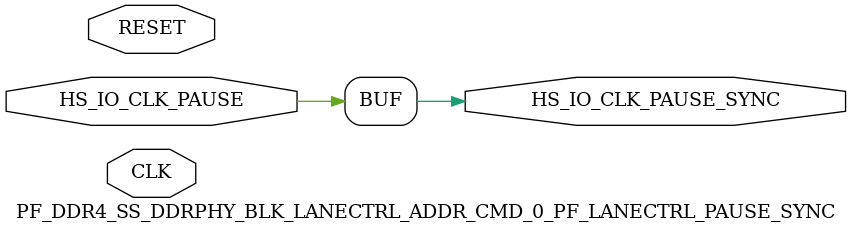
<source format=v>


module PF_DDR4_SS_DDRPHY_BLK_LANECTRL_ADDR_CMD_0_PF_LANECTRL_PAUSE_SYNC( CLK, RESET, HS_IO_CLK_PAUSE, HS_IO_CLK_PAUSE_SYNC );
	
	input CLK, RESET, HS_IO_CLK_PAUSE;
	output HS_IO_CLK_PAUSE_SYNC;

	parameter ENABLE_PAUSE_EXTENSION = 2'b00;

	reg pause_reg_0, pause_reg_1, pause;
	wire pause_sync_0_i;

	generate 
		if( ENABLE_PAUSE_EXTENSION == 3'b000 ) begin : feed
			assign HS_IO_CLK_PAUSE_SYNC = HS_IO_CLK_PAUSE;
		end else if( ENABLE_PAUSE_EXTENSION == 3'b001 ) begin : pipe
			(* HS_IO_CLK_PAUSE_SYNC = 1, syn_keep = 1 *) SLE pause_sync_0(
				.CLK( CLK ),
				.D( HS_IO_CLK_PAUSE ),
				.Q( pause_sync_0_i ),
				.LAT( 1'b0 ),
				.EN( 1'b1 ),
				.ALn( ~RESET ),
				.ADn( 1'b1 ),
				.SLn( 1'b1 ),
				.SD( 1'b0 )
				);

			(* HS_IO_CLK_PAUSE_SYNC = 1, syn_keep = 1 *) SLE pause_sync (
				.CLK( CLK ),
				.D( pause_sync_0_i ),
				.Q( HS_IO_CLK_PAUSE_SYNC ),
				.LAT( 1'b0 ),
				.EN( 1'b1 ),
				.ALn( ~RESET ),
				.ADn( 1'b1 ),
				.SLn( 1'b1 ),
				.SD( 1'b0 )
				);
		end else if ( ENABLE_PAUSE_EXTENSION == 3'b010 ) begin : ext_pipe
			always @(posedge CLK or posedge RESET) begin : ext
				if( RESET == 1'b1 ) begin
					pause_reg_0 <= 1'b0;
					pause_reg_1 <= 1'b0;
					pause <= 1'b0;
				end else begin
					pause_reg_0 <= HS_IO_CLK_PAUSE;
					pause_reg_1 <= pause_reg_0;
					if( HS_IO_CLK_PAUSE == 1'b0 && pause_reg_0 ==1'b1 && pause_reg_1 == 1'b0 )
						pause <= 1'b1; // Extend by 1 cycle if the pulse is less than a cycle
					else
						pause <= HS_IO_CLK_PAUSE;
				end
			end

			(* HS_IO_CLK_PAUSE_SYNC = 1, syn_keep = 1 *) SLE pause_sync (
				.CLK( CLK ),
				.D( pause ),
				.Q( HS_IO_CLK_PAUSE_SYNC ),
				.LAT( 1'b0 ),
				.EN( 1'b1 ),
				.ALn( ~RESET ),
				.ADn( 1'b1 ),
				.SLn( 1'b1 ),
				.SD( 1'b0 )
				);
		end else if ( ENABLE_PAUSE_EXTENSION == 3'b011 ) begin : pipe_fall 
			(* HS_IO_CLK_PAUSE_SYNC = 1, syn_keep = 1 *) SLE pause_sync_0 (
				.CLK( CLK ),
				.D( HS_IO_CLK_PAUSE ),
				.Q( pause_sync_0_i ),
				.LAT( 1'b0 ),
				.EN( 1'b1 ),
				.ALn( ~RESET ),
				.ADn( 1'b1 ),
				.SLn( 1'b1 ),
				.SD( 1'b0 )
				);

			(* HS_IO_CLK_PAUSE_SYNC = 1, syn_keep = 1 *) SLE pause_sync (
				.CLK( ~CLK ),
				.D( pause_sync_0_i ),
				.Q( HS_IO_CLK_PAUSE_SYNC ),
				.LAT( 1'b0 ),
				.EN( 1'b1 ),
				.ALn( ~RESET ),
				.ADn( 1'b1 ),
				.SLn( 1'b1 ),
				.SD( 1'b0 )
				);
		end else if ( ENABLE_PAUSE_EXTENSION == 3'b100 ) begin : ext_pipe_fall 
			always @(posedge CLK or posedge RESET) begin : ext
				if( RESET == 1'b1 ) begin
					pause_reg_0 <= 1'b0;
					pause_reg_1 <= 1'b0;
					pause <= 1'b0;
				end else begin
					pause_reg_0 <= HS_IO_CLK_PAUSE;
					pause_reg_1 <= pause_reg_0;
					if( HS_IO_CLK_PAUSE == 1'b0 && pause_reg_0 ==1'b1 && pause_reg_1 == 1'b0 )
						pause <= 1'b1; // Extend by 1 cycle if the pulse is less than a cycle
					else
						pause <= HS_IO_CLK_PAUSE;
				end
			end

			(* HS_IO_CLK_PAUSE_SYNC = 1, syn_keep = 1 *) SLE pause_sync (
				.CLK( ~CLK ),
				.D( pause ),
				.Q( HS_IO_CLK_PAUSE_SYNC ),
				.LAT( 1'b0 ),
				.EN( 1'b1 ),
				.ALn( ~RESET ),
				.ADn( 1'b1 ),
				.SLn( 1'b1 ),
				.SD( 1'b0 )
				);
		end
	endgenerate

endmodule
</source>
